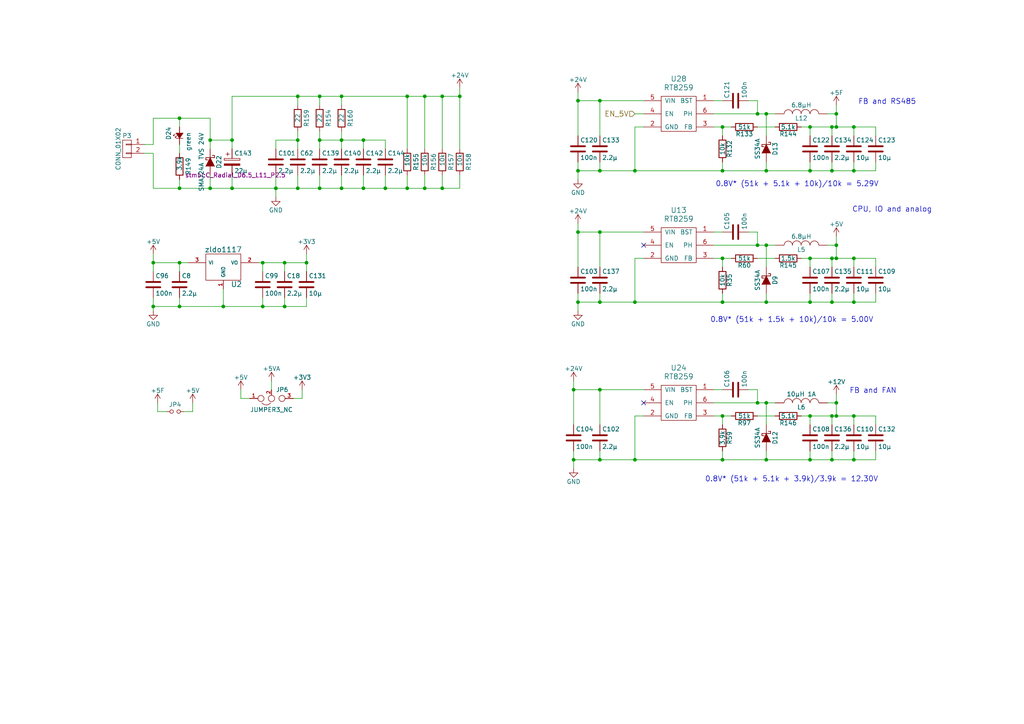
<source format=kicad_sch>
(kicad_sch (version 20231120) (generator "eeschema") (generator_version "8.0")
  (paper "A4")
  (lib_symbols
    (symbol "stmbl:+12V" (power) (pin_names (offset 0))
      (property "Value" "+12V" (at 0 3.556 0))
      (symbol "+12V_0_1"
        (polyline (pts (xy -0.762 1.27) (xy 0 2.54)))
        (polyline (pts (xy 0 0) (xy 0 2.54)))
        (polyline (pts (xy 0 2.54) (xy 0.762 1.27)))
      )
      (symbol "+12V_1_1"
        (pin power_in line (at 0 0 90) (length 0) hide (name "+12V") (number "1"))
      )
    )
    (symbol "stmbl:+24V" (power) (pin_names (offset 0))
      (property "Value" "+24V" (at 0 3.556 0))
      (symbol "+24V_0_1"
        (polyline (pts (xy -0.762 1.27) (xy 0 2.54)))
        (polyline (pts (xy 0 0) (xy 0 2.54)))
        (polyline (pts (xy 0 2.54) (xy 0.762 1.27)))
      )
      (symbol "+24V_1_1"
        (pin power_in line (at 0 0 90) (length 0) hide (name "+24V") (number "1"))
      )
    )
    (symbol "stmbl:+3.3V" (power) (pin_names (offset 0))
      (property "Value" "+3.3V" (at 0 3.556 0))
      (symbol "+3.3V_0_1"
        (polyline (pts (xy -0.762 1.27) (xy 0 2.54)))
        (polyline (pts (xy 0 0) (xy 0 2.54)))
        (polyline (pts (xy 0 2.54) (xy 0.762 1.27)))
      )
      (symbol "+3.3V_1_1"
        (pin power_in line (at 0 0 90) (length 0) hide (name "+3V3") (number "1"))
      )
    )
    (symbol "stmbl:+5F" (power) (pin_names (offset 0))
      (property "Value" "+5F" (at 0 3.556 0))
      (symbol "+5F_0_1"
        (polyline (pts (xy -0.762 1.27) (xy 0 2.54)))
        (polyline (pts (xy 0 0) (xy 0 2.54)))
        (polyline (pts (xy 0 2.54) (xy 0.762 1.27)))
      )
      (symbol "+5F_1_1"
        (pin power_in line (at 0 0 90) (length 0) hide (name "+5F") (number "1"))
      )
    )
    (symbol "stmbl:+5V" (power) (pin_names (offset 0))
      (property "Value" "+5V" (at 0 3.556 0))
      (symbol "+5V_0_1"
        (polyline (pts (xy -0.762 1.27) (xy 0 2.54)))
        (polyline (pts (xy 0 0) (xy 0 2.54)))
        (polyline (pts (xy 0 2.54) (xy 0.762 1.27)))
      )
      (symbol "+5V_1_1"
        (pin power_in line (at 0 0 90) (length 0) hide (name "+5V") (number "1"))
      )
    )
    (symbol "stmbl:+5VA" (power) (pin_names (offset 0))
      (property "Value" "+5VA" (at 0 3.556 0))
      (symbol "+5VA_0_1"
        (polyline (pts (xy -0.762 1.27) (xy 0 2.54)))
        (polyline (pts (xy 0 0) (xy 0 2.54)))
        (polyline (pts (xy 0 2.54) (xy 0.762 1.27)))
      )
      (symbol "+5VA_1_1"
        (pin power_in line (at 0 0 90) (length 0) hide (name "+5VA") (number "1"))
      )
    )
    (symbol "stmbl:C" (pin_numbers hide) (pin_names (offset 0.254))
      (property "Reference" "C" (at 0.635 2.54 0))
      (property "Value" "C" (at 0.635 -2.54 0))
      (symbol "C_0_1"
        (polyline (pts (xy -2.032 -0.762) (xy 2.032 -0.762)) (stroke (width 0.508)))
        (polyline (pts (xy -2.032 0.762) (xy 2.032 0.762)) (stroke (width 0.508)))
      )
      (symbol "C_1_1"
        (pin passive line (at 0 3.81 270) (length 2.794) (name "~") (number "1"))
        (pin passive line (at 0 -3.81 90) (length 2.794) (name "~") (number "2"))
      )
    )
    (symbol "stmbl:CONN_01X02" (pin_names (offset 1.016) hide)
      (property "Reference" "P" (at 0 3.81 0))
      (property "Value" "CONN_01X02" (at 2.54 0 90))
      (symbol "CONN_01X02_0_1"
        (rectangle (start -1.27 -1.143) (end 0.254 -1.397))
        (rectangle (start -1.27 1.397) (end 0.254 1.143))
        (rectangle (start -1.27 2.54) (end 1.27 -2.54))
      )
      (symbol "CONN_01X02_1_1"
        (pin passive line (at -5.08 1.27 0) (length 3.81) (name "P1") (number "1"))
        (pin passive line (at -5.08 -1.27 0) (length 3.81) (name "P2") (number "2"))
      )
    )
    (symbol "stmbl:CP" (pin_numbers hide) (pin_names (offset 0.254))
      (property "Reference" "C" (at 0.635 2.54 0))
      (property "Value" "CP" (at 0.635 -2.54 0))
      (symbol "CP_0_1"
        (rectangle (start -2.286 0.508) (end -2.286 1.016))
        (rectangle (start -2.286 0.508) (end 2.286 0.508))
        (polyline (pts (xy -1.778 2.286) (xy -0.762 2.286)))
        (polyline (pts (xy -1.27 2.794) (xy -1.27 1.778)))
        (rectangle (start 2.286 -0.508) (end -2.286 -1.016) (fill (type outline)))
        (rectangle (start 2.286 1.016) (end -2.286 1.016))
        (rectangle (start 2.286 1.016) (end 2.286 0.508))
      )
      (symbol "CP_1_1"
        (pin passive line (at 0 3.81 270) (length 2.794) (name "~") (number "1"))
        (pin passive line (at 0 -3.81 90) (length 2.794) (name "~") (number "2"))
      )
    )
    (symbol "stmbl:D_Schottky" (pin_numbers hide) (pin_names (offset 1.016) hide)
      (property "Reference" "D" (at 0 2.54 0))
      (property "Value" "D_Schottky" (at 0 -2.54 0))
      (symbol "D_Schottky_0_1"
        (polyline (pts (xy 1.27 1.27) (xy -1.27 0) (xy 1.27 -1.27)) (fill (type outline)))
        (polyline (pts (xy -1.905 0.635) (xy -1.905 1.27) (xy -1.27 1.27) (xy -1.27 -1.27) (xy -0.635 -1.27) (xy -0.635 -0.635)) (stroke (width 0.2032)))
      )
      (symbol "D_Schottky_1_1"
        (pin passive line (at -3.81 0 0) (length 2.54) (name "K") (number "1"))
        (pin passive line (at 3.81 0 180) (length 2.54) (name "A") (number "2"))
      )
    )
    (symbol "stmbl:GND" (power) (pin_names (offset 0))
      (property "Value" "GND" (at 0 -3.81 0))
      (symbol "GND_0_1"
        (polyline (pts (xy 0 0) (xy 0 -1.27) (xy 1.27 -1.27) (xy 0 -2.54) (xy -1.27 -1.27) (xy 0 -1.27)))
      )
      (symbol "GND_1_1"
        (pin power_in line (at 0 0 270) (length 0) hide (name "GND") (number "1"))
      )
    )
    (symbol "stmbl:INDUCTOR" (pin_numbers hide) (pin_names (offset 1.016) hide)
      (property "Reference" "L" (at -1.27 0 90))
      (property "Value" "INDUCTOR" (at 2.54 0 90))
      (symbol "INDUCTOR_0_1"
        (arc (start 0.0254 -5.0546) (mid 1.2449 -3.8097) (end 0.0254 -2.54))
        (arc (start 0.0254 -2.5146) (mid 1.2703 -1.2444) (end 0.0254 0.0508))
        (arc (start 0.0254 0.0254) (mid 1.2703 1.2956) (end 0.0254 2.5908))
        (arc (start 0.0254 2.5654) (mid 1.1941 3.7595) (end 0.0254 4.9784))
      )
      (symbol "INDUCTOR_1_1"
        (pin passive line (at 0 7.62 270) (length 2.54) (name "1") (number "1"))
        (pin passive line (at 0 -7.62 90) (length 2.54) (name "2") (number "2"))
      )
    )
    (symbol "stmbl:JUMPER3_NC" (pin_names (offset 0.762) hide)
      (property "Reference" "JP" (at 1.27 -2.54 0))
      (property "Value" "JUMPER3_NC" (at 0 2.54 0))
      (symbol "JUMPER3_NC_0_1"
        (circle (center -3.048 0) (radius 0.889))
        (arc (start -0.254 1.27) (mid -1.524 1.8804) (end -2.794 1.27))
        (circle (center 0 0) (radius 0.9144))
        (circle (center 3.048 0) (radius 0.889))
        (pin passive line (at -6.35 0 0) (length 2.413) (name "1") (number "1"))
        (pin passive line (at 0 -2.54 90) (length 1.524) (name "2") (number "2"))
        (pin passive line (at 6.35 0 180) (length 2.413) (name "3") (number "3"))
      )
    )
    (symbol "stmbl:Jumper_NO_Small" (pin_numbers hide) (pin_names (offset 0.762) hide)
      (property "Reference" "JP" (at 0 2.032 0))
      (symbol "Jumper_NO_Small_0_1"
        (circle (center -1.016 0) (radius 0.508))
        (circle (center 1.016 0) (radius 0.508))
        (pin passive line (at -2.54 0 0) (length 1.016) (name "1") (number "1"))
        (pin passive line (at 2.54 0 180) (length 1.016) (name "2") (number "2"))
      )
    )
    (symbol "stmbl:Led_Small" (pin_numbers hide) (pin_names (offset 0.254) hide)
      (property "Reference" "D" (at -1.27 3.175 0))
      (property "Value" "Led_Small" (at -4.445 -2.54 0))
      (symbol "Led_Small_0_1"
        (polyline (pts (xy -0.762 -1.016) (xy -0.762 1.016)))
        (polyline (pts (xy 0.762 -1.016) (xy -0.762 0) (xy 0.762 1.016) (xy 0.762 -1.016)) (fill (type outline)))
        (polyline (pts (xy 0 0.762) (xy -0.508 1.27) (xy -0.254 1.27) (xy -0.508 1.27) (xy -0.508 1.016)))
        (polyline (pts (xy 0.508 1.27) (xy 0 1.778) (xy 0.254 1.778) (xy 0 1.778) (xy 0 1.524)))
      )
      (symbol "Led_Small_1_1"
        (pin passive line (at -2.54 0 0) (length 1.778) (name "K") (number "1"))
        (pin passive line (at 2.54 0 180) (length 1.778) (name "A") (number "2"))
      )
    )
    (symbol "stmbl:R" (pin_numbers hide) (pin_names (offset 0))
      (property "Reference" "R" (at 2.032 0 90))
      (property "Value" "R" (at 0 0 90))
      (symbol "R_0_1"
        (rectangle (start -1.016 -2.54) (end 1.016 2.54) (stroke (width 0.254)))
      )
      (symbol "R_1_1"
        (pin passive line (at 0 3.81 270) (length 1.27) (name "~") (number "1"))
        (pin passive line (at 0 -3.81 90) (length 1.27) (name "~") (number "2"))
      )
    )
    (symbol "stmbl:RT8259" (pin_names (offset 1.016))
      (property "Reference" "U" (at -3.81 6.35 0))
      (property "Value" "RT8259" (at 0 -6.35 0))
      (property "Footprint" "stmbl:RT8259" (at 6.35 7.62 0))
      (symbol "RT8259_0_1"
        (rectangle (start -5.08 5.08) (end 5.08 -5.08))
      )
      (symbol "RT8259_1_1"
        (pin power_in line (at 10.16 3.81 180) (length 5.08) (name "BST") (number "1"))
        (pin power_in line (at -10.16 -3.81 0) (length 5.08) (name "GND") (number "2"))
        (pin input line (at 10.16 -3.81 180) (length 5.08) (name "FB") (number "3"))
        (pin input line (at -10.16 0 0) (length 5.08) (name "EN") (number "4"))
        (pin power_in line (at -10.16 3.81 0) (length 5.08) (name "VIN") (number "5"))
        (pin power_out line (at 10.16 0 180) (length 5.08) (name "PH") (number "6"))
      )
    )
    (symbol "stmbl:zldo1117" (pin_names (offset 0.762))
      (property "Reference" "U" (at 3.81 -4.9784 0))
      (property "Value" "zldo1117" (at 0 5.08 0))
      (symbol "zldo1117_0_1"
        (rectangle (start -5.08 -3.81) (end 5.08 3.81))
      )
      (symbol "zldo1117_1_1"
        (pin input line (at 0 -6.35 90) (length 2.54) (name "GND") (number "1"))
        (pin power_out line (at 10.16 1.27 180) (length 5.08) (name "VO") (number "2"))
        (pin input line (at -10.16 1.27 0) (length 5.08) (name "VI") (number "3"))
      )
    )
  )
  (junction (at 173.99 133.35))
  (junction (at 123.19 27.94))
  (junction (at 128.27 54.61))
  (junction (at 242.57 120.65))
  (junction (at 99.06 27.94))
  (junction (at 76.2 76.2))
  (junction (at 222.25 116.84))
  (junction (at 99.06 54.61))
  (junction (at 184.15 133.35))
  (junction (at 241.3 36.83))
  (junction (at 166.37 133.35))
  (junction (at 60.96 54.61))
  (junction (at 234.95 74.93))
  (junction (at 242.57 36.83))
  (junction (at 241.3 49.53))
  (junction (at 242.57 33.02))
  (junction (at 52.07 76.2))
  (junction (at 44.45 88.9))
  (junction (at 222.25 71.12))
  (junction (at 52.07 54.61))
  (junction (at 209.55 87.63))
  (junction (at 222.25 33.02))
  (junction (at 118.11 54.61))
  (junction (at 242.57 71.12))
  (junction (at 123.19 54.61))
  (junction (at 60.96 40.64))
  (junction (at 209.55 36.83))
  (junction (at 64.77 88.9))
  (junction (at 173.99 87.63))
  (junction (at 242.57 116.84))
  (junction (at 241.3 120.65))
  (junction (at 184.15 87.63))
  (junction (at 184.15 49.53))
  (junction (at 234.95 133.35))
  (junction (at 247.65 49.53))
  (junction (at 67.31 40.64))
  (junction (at 111.76 54.61))
  (junction (at 44.45 76.2))
  (junction (at 209.55 49.53))
  (junction (at 219.71 33.02))
  (junction (at 219.71 116.84))
  (junction (at 88.9 76.2))
  (junction (at 67.31 54.61))
  (junction (at 80.01 54.61))
  (junction (at 82.55 88.9))
  (junction (at 222.25 49.53))
  (junction (at 86.36 40.64))
  (junction (at 222.25 133.35))
  (junction (at 247.65 36.83))
  (junction (at 241.3 133.35))
  (junction (at 234.95 49.53))
  (junction (at 76.2 88.9))
  (junction (at 52.07 88.9))
  (junction (at 167.64 49.53))
  (junction (at 86.36 54.61))
  (junction (at 92.71 40.64))
  (junction (at 241.3 87.63))
  (junction (at 234.95 36.83))
  (junction (at 219.71 71.12))
  (junction (at 133.35 27.94))
  (junction (at 52.07 34.29))
  (junction (at 173.99 113.03))
  (junction (at 209.55 74.93))
  (junction (at 173.99 29.21))
  (junction (at 241.3 74.93))
  (junction (at 92.71 27.94))
  (junction (at 247.65 87.63))
  (junction (at 105.41 40.64))
  (junction (at 247.65 74.93))
  (junction (at 247.65 133.35))
  (junction (at 99.06 40.64))
  (junction (at 166.37 113.03))
  (junction (at 209.55 120.65))
  (junction (at 167.64 67.31))
  (junction (at 173.99 49.53))
  (junction (at 173.99 67.31))
  (junction (at 105.41 54.61))
  (junction (at 209.55 133.35))
  (junction (at 92.71 54.61))
  (junction (at 118.11 27.94))
  (junction (at 86.36 27.94))
  (junction (at 82.55 76.2))
  (junction (at 128.27 27.94))
  (junction (at 167.64 87.63))
  (junction (at 234.95 87.63))
  (junction (at 222.25 87.63))
  (junction (at 167.64 29.21))
  (junction (at 247.65 120.65))
  (junction (at 242.57 74.93))
  (junction (at 234.95 120.65))
  (no_connect (at 186.69 71.12))
  (no_connect (at 186.69 116.84))
  (wire (pts (xy 247.65 77.47) (xy 247.65 74.93)))
  (wire (pts (xy 222.25 33.02) (xy 224.79 33.02)))
  (wire (pts (xy 123.19 54.61) (xy 123.19 50.8)))
  (wire (pts (xy 241.3 49.53) (xy 241.3 46.99)))
  (wire (pts (xy 234.95 130.81) (xy 234.95 133.35)))
  (wire (pts (xy 86.36 40.64) (xy 86.36 43.18)))
  (wire (pts (xy 167.64 49.53) (xy 167.64 52.07)))
  (wire (pts (xy 241.3 120.65) (xy 242.57 120.65)))
  (wire (pts (xy 76.2 78.74) (xy 76.2 76.2)))
  (wire (pts (xy 184.15 49.53) (xy 209.55 49.53)))
  (wire (pts (xy 88.9 88.9) (xy 88.9 86.36)))
  (wire (pts (xy 219.71 33.02) (xy 222.25 33.02)))
  (wire (pts (xy 166.37 113.03) (xy 173.99 113.03)))
  (wire (pts (xy 173.99 49.53) (xy 184.15 49.53)))
  (wire (pts (xy 247.65 49.53) (xy 254 49.53)))
  (wire (pts (xy 128.27 54.61) (xy 133.35 54.61)))
  (wire (pts (xy 118.11 43.18) (xy 118.11 27.94)))
  (wire (pts (xy 60.96 34.29) (xy 60.96 40.64)))
  (wire (pts (xy 167.64 29.21) (xy 173.99 29.21)))
  (wire (pts (xy 173.99 46.99) (xy 173.99 49.53)))
  (wire (pts (xy 209.55 120.65) (xy 212.09 120.65)))
  (wire (pts (xy 105.41 54.61) (xy 111.76 54.61)))
  (wire (pts (xy 247.65 123.19) (xy 247.65 120.65)))
  (wire (pts (xy 167.64 87.63) (xy 167.64 90.17)))
  (wire (pts (xy 44.45 73.66) (xy 44.45 76.2)))
  (wire (pts (xy 240.03 33.02) (xy 242.57 33.02)))
  (wire (pts (xy 69.85 115.57) (xy 72.39 115.57)))
  (wire (pts (xy 44.45 54.61) (xy 52.07 54.61)))
  (wire (pts (xy 254 133.35) (xy 254 130.81)))
  (wire (pts (xy 207.01 29.21) (xy 209.55 29.21)))
  (wire (pts (xy 184.15 74.93) (xy 184.15 87.63)))
  (wire (pts (xy 44.45 86.36) (xy 44.45 88.9)))
  (wire (pts (xy 232.41 74.93) (xy 234.95 74.93)))
  (wire (pts (xy 173.99 123.19) (xy 173.99 113.03)))
  (wire (pts (xy 209.55 39.37) (xy 209.55 36.83)))
  (wire (pts (xy 52.07 76.2) (xy 52.07 78.74)))
  (wire (pts (xy 92.71 27.94) (xy 99.06 27.94)))
  (wire (pts (xy 234.95 85.09) (xy 234.95 87.63)))
  (wire (pts (xy 166.37 133.35) (xy 166.37 135.89)))
  (wire (pts (xy 247.65 133.35) (xy 254 133.35)))
  (wire (pts (xy 222.25 33.02) (xy 222.25 39.37)))
  (wire (pts (xy 242.57 33.02) (xy 242.57 30.48)))
  (wire (pts (xy 92.71 54.61) (xy 99.06 54.61)))
  (wire (pts (xy 222.25 116.84) (xy 224.79 116.84)))
  (wire (pts (xy 76.2 86.36) (xy 76.2 88.9)))
  (wire (pts (xy 167.64 29.21) (xy 167.64 39.37)))
  (wire (pts (xy 207.01 120.65) (xy 209.55 120.65)))
  (wire (pts (xy 217.17 113.03) (xy 219.71 113.03)))
  (wire (pts (xy 184.15 36.83) (xy 186.69 36.83)))
  (wire (pts (xy 92.71 40.64) (xy 99.06 40.64)))
  (wire (pts (xy 41.91 44.45) (xy 44.45 44.45)))
  (wire (pts (xy 222.25 71.12) (xy 224.79 71.12)))
  (wire (pts (xy 60.96 54.61) (xy 60.96 50.8)))
  (wire (pts (xy 209.55 49.53) (xy 209.55 46.99)))
  (wire (pts (xy 241.3 133.35) (xy 247.65 133.35)))
  (wire (pts (xy 82.55 88.9) (xy 88.9 88.9)))
  (wire (pts (xy 67.31 54.61) (xy 67.31 50.8)))
  (wire (pts (xy 86.36 27.94) (xy 92.71 27.94)))
  (wire (pts (xy 44.45 34.29) (xy 52.07 34.29)))
  (wire (pts (xy 241.3 123.19) (xy 241.3 120.65)))
  (wire (pts (xy 48.26 119.38) (xy 45.72 119.38)))
  (wire (pts (xy 173.99 85.09) (xy 173.99 87.63)))
  (wire (pts (xy 128.27 54.61) (xy 128.27 50.8)))
  (wire (pts (xy 67.31 27.94) (xy 67.31 40.64)))
  (wire (pts (xy 173.99 67.31) (xy 186.69 67.31)))
  (wire (pts (xy 207.01 33.02) (xy 219.71 33.02)))
  (wire (pts (xy 222.25 87.63) (xy 234.95 87.63)))
  (wire (pts (xy 247.65 36.83) (xy 247.65 39.37)))
  (wire (pts (xy 219.71 29.21) (xy 219.71 33.02)))
  (wire (pts (xy 80.01 40.64) (xy 86.36 40.64)))
  (wire (pts (xy 173.99 29.21) (xy 186.69 29.21)))
  (wire (pts (xy 219.71 67.31) (xy 219.71 71.12)))
  (wire (pts (xy 241.3 133.35) (xy 241.3 130.81)))
  (wire (pts (xy 173.99 130.81) (xy 173.99 133.35)))
  (wire (pts (xy 184.15 120.65) (xy 184.15 133.35)))
  (wire (pts (xy 60.96 40.64) (xy 67.31 40.64)))
  (wire (pts (xy 64.77 88.9) (xy 76.2 88.9)))
  (wire (pts (xy 254 120.65) (xy 254 123.19)))
  (wire (pts (xy 52.07 88.9) (xy 64.77 88.9)))
  (wire (pts (xy 99.06 40.64) (xy 99.06 43.18)))
  (wire (pts (xy 167.64 87.63) (xy 173.99 87.63)))
  (wire (pts (xy 173.99 133.35) (xy 184.15 133.35)))
  (wire (pts (xy 86.36 38.1) (xy 86.36 40.64)))
  (wire (pts (xy 219.71 120.65) (xy 224.79 120.65)))
  (wire (pts (xy 184.15 33.02) (xy 186.69 33.02)))
  (wire (pts (xy 241.3 87.63) (xy 241.3 85.09)))
  (wire (pts (xy 86.36 50.8) (xy 86.36 54.61)))
  (wire (pts (xy 76.2 76.2) (xy 82.55 76.2)))
  (wire (pts (xy 247.65 120.65) (xy 254 120.65)))
  (wire (pts (xy 167.64 85.09) (xy 167.64 87.63)))
  (wire (pts (xy 247.65 87.63) (xy 247.65 85.09)))
  (wire (pts (xy 118.11 54.61) (xy 123.19 54.61)))
  (wire (pts (xy 167.64 67.31) (xy 167.64 77.47)))
  (wire (pts (xy 242.57 74.93) (xy 247.65 74.93)))
  (wire (pts (xy 123.19 27.94) (xy 128.27 27.94)))
  (wire (pts (xy 99.06 54.61) (xy 105.41 54.61)))
  (wire (pts (xy 52.07 86.36) (xy 52.07 88.9)))
  (wire (pts (xy 240.03 116.84) (xy 242.57 116.84)))
  (wire (pts (xy 184.15 87.63) (xy 209.55 87.63)))
  (wire (pts (xy 222.25 116.84) (xy 222.25 123.19)))
  (wire (pts (xy 118.11 54.61) (xy 118.11 50.8)))
  (wire (pts (xy 241.3 87.63) (xy 247.65 87.63)))
  (wire (pts (xy 222.25 49.53) (xy 234.95 49.53)))
  (wire (pts (xy 99.06 40.64) (xy 105.41 40.64)))
  (wire (pts (xy 241.3 49.53) (xy 247.65 49.53)))
  (wire (pts (xy 167.64 67.31) (xy 173.99 67.31)))
  (wire (pts (xy 207.01 116.84) (xy 219.71 116.84)))
  (wire (pts (xy 80.01 43.18) (xy 80.01 40.64)))
  (wire (pts (xy 82.55 76.2) (xy 82.55 78.74)))
  (wire (pts (xy 55.88 119.38) (xy 53.34 119.38)))
  (wire (pts (xy 111.76 54.61) (xy 111.76 50.8)))
  (wire (pts (xy 209.55 77.47) (xy 209.55 74.93)))
  (wire (pts (xy 242.57 120.65) (xy 247.65 120.65)))
  (wire (pts (xy 222.25 49.53) (xy 222.25 46.99)))
  (wire (pts (xy 167.64 64.77) (xy 167.64 67.31)))
  (wire (pts (xy 254 87.63) (xy 254 85.09)))
  (wire (pts (xy 67.31 27.94) (xy 86.36 27.94)))
  (wire (pts (xy 247.65 74.93) (xy 254 74.93)))
  (wire (pts (xy 242.57 36.83) (xy 247.65 36.83)))
  (wire (pts (xy 209.55 74.93) (xy 212.09 74.93)))
  (wire (pts (xy 52.07 76.2) (xy 54.61 76.2)))
  (wire (pts (xy 133.35 27.94) (xy 133.35 43.18)))
  (wire (pts (xy 241.3 39.37) (xy 241.3 36.83)))
  (wire (pts (xy 52.07 54.61) (xy 52.07 52.07)))
  (wire (pts (xy 44.45 76.2) (xy 52.07 76.2)))
  (wire (pts (xy 86.36 27.94) (xy 86.36 30.48)))
  (wire (pts (xy 209.55 36.83) (xy 212.09 36.83)))
  (wire (pts (xy 219.71 36.83) (xy 224.79 36.83)))
  (wire (pts (xy 128.27 27.94) (xy 133.35 27.94)))
  (wire (pts (xy 166.37 110.49) (xy 166.37 113.03)))
  (wire (pts (xy 234.95 39.37) (xy 234.95 36.83)))
  (wire (pts (xy 44.45 44.45) (xy 44.45 54.61)))
  (wire (pts (xy 234.95 77.47) (xy 234.95 74.93)))
  (wire (pts (xy 234.95 36.83) (xy 241.3 36.83)))
  (wire (pts (xy 44.45 41.91) (xy 41.91 41.91)))
  (wire (pts (xy 92.71 38.1) (xy 92.71 40.64)))
  (wire (pts (xy 128.27 27.94) (xy 128.27 43.18)))
  (wire (pts (xy 52.07 54.61) (xy 60.96 54.61)))
  (wire (pts (xy 209.55 49.53) (xy 222.25 49.53)))
  (wire (pts (xy 87.63 115.57) (xy 87.63 113.03)))
  (wire (pts (xy 234.95 46.99) (xy 234.95 49.53)))
  (wire (pts (xy 118.11 27.94) (xy 123.19 27.94)))
  (wire (pts (xy 232.41 120.65) (xy 234.95 120.65)))
  (wire (pts (xy 69.85 113.03) (xy 69.85 115.57)))
  (wire (pts (xy 99.06 50.8) (xy 99.06 54.61)))
  (wire (pts (xy 85.09 115.57) (xy 87.63 115.57)))
  (wire (pts (xy 92.71 40.64) (xy 92.71 43.18)))
  (wire (pts (xy 80.01 54.61) (xy 80.01 57.15)))
  (wire (pts (xy 209.55 123.19) (xy 209.55 120.65)))
  (wire (pts (xy 241.3 36.83) (xy 242.57 36.83)))
  (wire (pts (xy 207.01 36.83) (xy 209.55 36.83)))
  (wire (pts (xy 44.45 88.9) (xy 52.07 88.9)))
  (wire (pts (xy 219.71 71.12) (xy 222.25 71.12)))
  (wire (pts (xy 88.9 73.66) (xy 88.9 76.2)))
  (wire (pts (xy 44.45 76.2) (xy 44.45 78.74)))
  (wire (pts (xy 242.57 71.12) (xy 242.57 68.58)))
  (wire (pts (xy 52.07 34.29) (xy 60.96 34.29)))
  (wire (pts (xy 234.95 133.35) (xy 241.3 133.35)))
  (wire (pts (xy 240.03 71.12) (xy 242.57 71.12)))
  (wire (pts (xy 234.95 120.65) (xy 241.3 120.65)))
  (wire (pts (xy 133.35 54.61) (xy 133.35 50.8)))
  (wire (pts (xy 247.65 36.83) (xy 254 36.83)))
  (wire (pts (xy 92.71 50.8) (xy 92.71 54.61)))
  (wire (pts (xy 167.64 46.99) (xy 167.64 49.53)))
  (wire (pts (xy 78.74 110.49) (xy 78.74 113.03)))
  (wire (pts (xy 219.71 116.84) (xy 222.25 116.84)))
  (wire (pts (xy 207.01 67.31) (xy 209.55 67.31)))
  (wire (pts (xy 67.31 40.64) (xy 67.31 43.18)))
  (wire (pts (xy 247.65 87.63) (xy 254 87.63)))
  (wire (pts (xy 167.64 26.67) (xy 167.64 29.21)))
  (wire (pts (xy 52.07 41.91) (xy 52.07 44.45)))
  (wire (pts (xy 241.3 74.93) (xy 242.57 74.93)))
  (wire (pts (xy 76.2 88.9) (xy 82.55 88.9)))
  (wire (pts (xy 74.93 76.2) (xy 76.2 76.2)))
  (wire (pts (xy 64.77 88.9) (xy 64.77 83.82)))
  (wire (pts (xy 217.17 67.31) (xy 219.71 67.31)))
  (wire (pts (xy 111.76 54.61) (xy 118.11 54.61)))
  (wire (pts (xy 173.99 77.47) (xy 173.99 67.31)))
  (wire (pts (xy 254 49.53) (xy 254 46.99)))
  (wire (pts (xy 209.55 87.63) (xy 209.55 85.09)))
  (wire (pts (xy 219.71 113.03) (xy 219.71 116.84)))
  (wire (pts (xy 167.64 49.53) (xy 173.99 49.53)))
  (wire (pts (xy 222.25 71.12) (xy 222.25 77.47)))
  (wire (pts (xy 166.37 133.35) (xy 173.99 133.35)))
  (wire (pts (xy 60.96 40.64) (xy 60.96 43.18)))
  (wire (pts (xy 88.9 76.2) (xy 88.9 78.74)))
  (wire (pts (xy 242.57 120.65) (xy 242.57 116.84)))
  (wire (pts (xy 44.45 34.29) (xy 44.45 41.91)))
  (wire (pts (xy 123.19 54.61) (xy 128.27 54.61)))
  (wire (pts (xy 207.01 74.93) (xy 209.55 74.93)))
  (wire (pts (xy 242.57 116.84) (xy 242.57 114.3)))
  (wire (pts (xy 217.17 29.21) (xy 219.71 29.21)))
  (wire (pts (xy 184.15 49.53) (xy 184.15 36.83)))
  (wire (pts (xy 242.57 36.83) (xy 242.57 33.02)))
  (wire (pts (xy 166.37 130.81) (xy 166.37 133.35)))
  (wire (pts (xy 60.96 54.61) (xy 67.31 54.61)))
  (wire (pts (xy 207.01 113.03) (xy 209.55 113.03)))
  (wire (pts (xy 173.99 39.37) (xy 173.99 29.21)))
  (wire (pts (xy 111.76 40.64) (xy 111.76 43.18)))
  (wire (pts (xy 82.55 88.9) (xy 82.55 86.36)))
  (wire (pts (xy 222.25 87.63) (xy 222.25 85.09)))
  (wire (pts (xy 254 74.93) (xy 254 77.47)))
  (wire (pts (xy 242.57 74.93) (xy 242.57 71.12)))
  (wire (pts (xy 173.99 87.63) (xy 184.15 87.63)))
  (wire (pts (xy 232.41 36.83) (xy 234.95 36.83)))
  (wire (pts (xy 207.01 71.12) (xy 219.71 71.12)))
  (wire (pts (xy 184.15 120.65) (xy 186.69 120.65)))
  (wire (pts (xy 222.25 133.35) (xy 234.95 133.35)))
  (wire (pts (xy 186.69 74.93) (xy 184.15 74.93)))
  (wire (pts (xy 222.25 130.81) (xy 222.25 133.35)))
  (wire (pts (xy 86.36 54.61) (xy 92.71 54.61)))
  (wire (pts (xy 99.06 38.1) (xy 99.06 40.64)))
  (wire (pts (xy 67.31 54.61) (xy 80.01 54.61)))
  (wire (pts (xy 52.07 34.29) (xy 52.07 36.83)))
  (wire (pts (xy 219.71 74.93) (xy 224.79 74.93)))
  (wire (pts (xy 173.99 113.03) (xy 186.69 113.03)))
  (wire (pts (xy 44.45 88.9) (xy 44.45 90.17)))
  (wire (pts (xy 234.95 49.53) (xy 241.3 49.53)))
  (wire (pts (xy 80.01 54.61) (xy 86.36 54.61)))
  (wire (pts (xy 92.71 30.48) (xy 92.71 27.94)))
  (wire (pts (xy 133.35 25.4) (xy 133.35 27.94)))
  (wire (pts (xy 234.95 87.63) (xy 241.3 87.63)))
  (wire (pts (xy 209.55 130.81) (xy 209.55 133.35)))
  (wire (pts (xy 209.55 87.63) (xy 222.25 87.63)))
  (wire (pts (xy 80.01 50.8) (xy 80.01 54.61)))
  (wire (pts (xy 82.55 76.2) (xy 88.9 76.2)))
  (wire (pts (xy 254 36.83) (xy 254 39.37)))
  (wire (pts (xy 234.95 74.93) (xy 241.3 74.93)))
  (wire (pts (xy 55.88 116.84) (xy 55.88 119.38)))
  (wire (pts (xy 105.41 43.18) (xy 105.41 40.64)))
  (wire (pts (xy 247.65 49.53) (xy 247.65 46.99)))
  (wire (pts (xy 105.41 54.61) (xy 105.41 50.8)))
  (wire (pts (xy 99.06 30.48) (xy 99.06 27.94)))
  (wire (pts (xy 45.72 119.38) (xy 45.72 116.84)))
  (wire (pts (xy 166.37 113.03) (xy 166.37 123.19)))
  (wire (pts (xy 247.65 133.35) (xy 247.65 130.81)))
  (wire (pts (xy 184.15 133.35) (xy 209.55 133.35)))
  (wire (pts (xy 241.3 77.47) (xy 241.3 74.93)))
  (wire (pts (xy 234.95 123.19) (xy 234.95 120.65)))
  (wire (pts (xy 99.06 27.94) (xy 118.11 27.94)))
  (wire (pts (xy 105.41 40.64) (xy 111.76 40.64)))
  (wire (pts (xy 123.19 43.18) (xy 123.19 27.94)))
  (wire (pts (xy 209.55 133.35) (xy 222.25 133.35)))
  (text "0.8V* (51k + 1.5k + 10k)/10k = 5.00V" (at 205.994 93.726 0) (effects (font (size 1.524 1.524)) (justify left bottom)))
  (text "FB and FAN" (at 246.38 114.3 0) (effects (font (size 1.524 1.524)) (justify left bottom)))
  (text "0.8V* (51k + 5.1k + 3.9k)/3.9k = 12.30V" (at 204.47 139.954 0) (effects (font (size 1.524 1.524)) (justify left bottom)))
  (text "0.8V* (51k + 5.1k + 10k)/10k = 5.29V" (at 207.518 54.356 0) (effects (font (size 1.524 1.524)) (justify left bottom)))
  (text "FB and RS485" (at 248.92 30.48 0) (effects (font (size 1.524 1.524)) (justify left bottom)))
  (text "CPU, IO and analog" (at 247.142 61.722 0) (effects (font (size 1.524 1.524)) (justify left bottom)))
  (hierarchical_label "EN_5V" (shape input) (at 184.15 33.02 180) (effects (font (size 1.524 1.524))))
  (symbol (lib_id "stmbl:zldo1117") (at 64.77 77.47 0) (unit 1)
    (property "Reference" "U2" (at 68.58 82.4484 0) (effects (font (size 1.524 1.524))))
    (property "Value" "zldo1117" (at 64.77 72.39 0) (effects (font (size 1.524 1.524))))
    (property "Footprint" "stmbl:SOT-223" (effects (hide yes)))
    (property "Manufacturer No" "ZLDO1117G33TA" (effects (hide yes)))
    (property "Manufacturer" "Diodes Incorporated" (effects (hide yes)))
  )
  (symbol (lib_id "stmbl:C") (at 82.55 82.55 0) (unit 1)
    (property "Reference" "C18" (at 83.185 80.01 0) (effects (justify left)))
    (property "Value" "2.2µ" (at 83.185 85.09 0) (effects (justify left)))
    (property "Footprint" "stmbl:C_0603" (effects (hide yes)))
    (property "Voltage" "35V" (effects (hide yes)))
    (property "Tolerance" "X5R" (effects (hide yes)))
  )
  (symbol (lib_id "stmbl:C") (at 52.07 82.55 0) (unit 1)
    (property "Reference" "C8" (at 52.705 80.01 0) (effects (justify left)))
    (property "Value" "2.2µ" (at 52.705 85.09 0) (effects (justify left)))
    (property "Footprint" "stmbl:C_0603" (effects (hide yes)))
    (property "Voltage" "35V" (effects (hide yes)))
    (property "Tolerance" "X5R" (effects (hide yes)))
  )
  (symbol (lib_id "stmbl:+5V") (at 44.45 73.66 0) (unit 1)
    (property "Reference" "#PWR072" (effects (hide yes)))
    (property "Value" "+5V" (at 44.45 70.104 0))
  )
  (symbol (lib_id "stmbl:+3.3V") (at 88.9 73.66 0) (unit 1)
    (property "Reference" "#PWR073" (effects (hide yes)))
    (property "Value" "+3V3" (at 88.9 70.104 0))
  )
  (symbol (lib_id "stmbl:CONN_01X02") (at 36.83 43.18 0) (mirror y) (unit 1)
    (property "Reference" "P3" (at 36.83 39.37 0))
    (property "Value" "CONN_01X02" (at 34.29 43.18 90))
    (property "Footprint" "stmbl:RM3.5_1x2" (effects (hide yes)))
    (property "Manufacturer No" "1844210" (effects (hide yes)))
    (property "Manufacturer" "Phoenix" (effects (hide yes)))
  )
  (symbol (lib_id "stmbl:GND") (at 44.45 90.17 0) (unit 1)
    (property "Reference" "#PWR074" (effects (hide yes)))
    (property "Value" "GND" (at 44.45 93.98 0))
  )
  (symbol (lib_id "stmbl:C") (at 247.65 127 0) (unit 1)
    (property "Reference" "C110" (at 248.285 124.46 0) (effects (justify left)))
    (property "Value" "10µ" (at 248.285 129.54 0) (effects (justify left)))
    (property "Footprint" "stmbl:C_0805" (effects (hide yes)))
    (property "Voltage" "25V" (effects (hide yes)))
    (property "Tolerance" "X5R" (effects (hide yes)))
  )
  (symbol (lib_id "stmbl:R") (at 215.9 120.65 270) (unit 1)
    (property "Reference" "R97" (at 215.9 122.682 90))
    (property "Value" "51k" (at 215.9 120.65 90))
    (property "Footprint" "stmbl:R_0603" (effects (hide yes)))
    (property "Tolerance" "1%" (effects (hide yes)))
  )
  (symbol (lib_id "stmbl:R") (at 209.55 127 0) (unit 1)
    (property "Reference" "R59" (at 211.582 127 90))
    (property "Value" "3.9k" (at 209.55 127 90))
    (property "Footprint" "stmbl:R_0603" (effects (hide yes)))
    (property "Tolerance" "1%" (effects (hide yes)))
  )
  (symbol (lib_id "stmbl:D_Schottky") (at 222.25 127 270) (unit 1)
    (property "Reference" "D12" (at 224.79 127 0))
    (property "Value" "SS34A" (at 219.71 127 0))
    (property "Footprint" "stmbl:SMA_Standard" (effects (hide yes)))
    (property "Manufacturer No" "SS34A" (effects (hide yes)))
    (property "Manufacturer" "Multicomp" (effects (hide yes)))
  )
  (symbol (lib_id "stmbl:C") (at 213.36 113.03 90) (unit 1)
    (property "Reference" "C106" (at 210.82 112.395 0) (effects (justify left)))
    (property "Value" "100n" (at 215.9 112.395 0) (effects (justify left)))
    (property "Footprint" "stmbl:C_0603" (effects (hide yes)))
    (property "Voltage" "50V" (effects (hide yes)))
    (property "Tolerance" "X5R" (effects (hide yes)))
  )
  (symbol (lib_id "stmbl:INDUCTOR") (at 232.41 116.84 90) (unit 1)
    (property "Reference" "L6" (at 232.41 118.11 90))
    (property "Value" "10µH 1A" (at 232.41 114.3 90))
    (property "Footprint" "stmbl:SMD_INDUCTOR_32x25" (effects (hide yes)))
    (property "Manufacturer No" "LQH32PN100MNCL" (effects (hide yes)))
    (property "Manufacturer" "Murata" (effects (hide yes)))
  )
  (symbol (lib_id "stmbl:GND") (at 166.37 135.89 0) (unit 1)
    (property "Reference" "#PWR075" (effects (hide yes)))
    (property "Value" "GND" (at 166.37 139.7 0))
  )
  (symbol (lib_id "stmbl:+24V") (at 166.37 110.49 0) (unit 1)
    (property "Reference" "#PWR076" (effects (hide yes)))
    (property "Value" "+24V" (at 166.37 106.934 0))
  )
  (symbol (lib_id "stmbl:C") (at 254 81.28 0) (unit 1)
    (property "Reference" "C109" (at 254.635 78.74 0) (effects (justify left)))
    (property "Value" "10µ" (at 254.635 83.82 0) (effects (justify left)))
    (property "Footprint" "stmbl:C_0805" (effects (hide yes)))
    (property "Voltage" "25V" (effects (hide yes)))
    (property "Tolerance" "X5R" (effects (hide yes)))
  )
  (symbol (lib_id "stmbl:R") (at 215.9 74.93 270) (unit 1)
    (property "Reference" "R60" (at 215.9 76.962 90))
    (property "Value" "51k" (at 215.9 74.93 90))
    (property "Footprint" "stmbl:R_0603" (effects (hide yes)))
    (property "Tolerance" "1%" (effects (hide yes)))
  )
  (symbol (lib_id "stmbl:R") (at 209.55 81.28 0) (unit 1)
    (property "Reference" "R35" (at 211.582 81.28 90))
    (property "Value" "10k" (at 209.55 81.28 90))
    (property "Footprint" "stmbl:R_0603" (effects (hide yes)))
    (property "Tolerance" "1%" (effects (hide yes)))
  )
  (symbol (lib_id "stmbl:D_Schottky") (at 222.25 81.28 270) (unit 1)
    (property "Reference" "D9" (at 224.79 81.28 0))
    (property "Value" "SS34A" (at 219.71 81.28 0))
    (property "Footprint" "stmbl:SMA_Standard" (effects (hide yes)))
    (property "Manufacturer No" "SS34A" (effects (hide yes)))
    (property "Manufacturer" "Multicomp" (effects (hide yes)))
  )
  (symbol (lib_id "stmbl:C") (at 213.36 67.31 90) (unit 1)
    (property "Reference" "C105" (at 210.82 66.675 0) (effects (justify left)))
    (property "Value" "100n" (at 215.9 66.675 0) (effects (justify left)))
    (property "Footprint" "stmbl:C_0603" (effects (hide yes)))
    (property "Voltage" "50V" (effects (hide yes)))
    (property "Tolerance" "X5R" (effects (hide yes)))
  )
  (symbol (lib_id "stmbl:INDUCTOR") (at 232.41 71.12 90) (unit 1)
    (property "Reference" "L5" (at 232.41 72.39 90))
    (property "Value" "6.8µH" (at 232.41 68.58 90))
    (property "Footprint" "stmbl:SMD_INDUCTOR_32x25" (effects (hide yes)))
    (property "Manufacturer No" "LQH32PN4R7NNC" (effects (hide yes)))
    (property "Manufacturer" "Murata" (effects (hide yes)))
  )
  (symbol (lib_id "stmbl:GND") (at 167.64 90.17 0) (unit 1)
    (property "Reference" "#PWR077" (effects (hide yes)))
    (property "Value" "GND" (at 167.64 93.98 0))
  )
  (symbol (lib_id "stmbl:+24V") (at 167.64 64.77 0) (unit 1)
    (property "Reference" "#PWR078" (effects (hide yes)))
    (property "Value" "+24V" (at 167.64 61.214 0))
  )
  (symbol (lib_id "stmbl:+5V") (at 242.57 68.58 0) (unit 1)
    (property "Reference" "#PWR079" (effects (hide yes)))
    (property "Value" "+5V" (at 242.57 65.024 0))
  )
  (symbol (lib_id "stmbl:+12V") (at 242.57 114.3 0) (unit 1)
    (property "Reference" "#PWR080" (effects (hide yes)))
    (property "Value" "+12V" (at 242.57 110.744 0))
  )
  (symbol (lib_id "stmbl:C") (at 44.45 82.55 0) (unit 1)
    (property "Reference" "C96" (at 45.085 80.01 0) (effects (justify left)))
    (property "Value" "100n" (at 45.085 85.09 0) (effects (justify left)))
    (property "Footprint" "stmbl:C_0603" (effects (hide yes)))
    (property "Voltage" "50V" (effects (hide yes)))
    (property "Tolerance" "X5R" (effects (hide yes)))
  )
  (symbol (lib_id "stmbl:C") (at 234.95 127 0) (unit 1)
    (property "Reference" "C108" (at 235.585 124.46 0) (effects (justify left)))
    (property "Value" "100n" (at 235.585 129.54 0) (effects (justify left)))
    (property "Footprint" "stmbl:C_0603" (effects (hide yes)))
    (property "Voltage" "50V" (effects (hide yes)))
    (property "Tolerance" "X5R" (effects (hide yes)))
  )
  (symbol (lib_id "stmbl:C") (at 234.95 81.28 0) (unit 1)
    (property "Reference" "C107" (at 235.585 78.74 0) (effects (justify left)))
    (property "Value" "100n" (at 235.585 83.82 0) (effects (justify left)))
    (property "Footprint" "stmbl:C_0603" (effects (hide yes)))
    (property "Voltage" "50V" (effects (hide yes)))
    (property "Tolerance" "X5R" (effects (hide yes)))
  )
  (symbol (lib_id "stmbl:C") (at 167.64 81.28 0) (unit 1)
    (property "Reference" "C103" (at 168.275 78.74 0) (effects (justify left)))
    (property "Value" "100n" (at 168.275 83.82 0) (effects (justify left)))
    (property "Footprint" "stmbl:C_0603" (effects (hide yes)))
    (property "Voltage" "50V" (effects (hide yes)))
    (property "Tolerance" "X5R" (effects (hide yes)))
  )
  (symbol (lib_id "stmbl:C") (at 166.37 127 0) (unit 1)
    (property "Reference" "C104" (at 167.005 124.46 0) (effects (justify left)))
    (property "Value" "100n" (at 167.005 129.54 0) (effects (justify left)))
    (property "Footprint" "stmbl:C_0603" (effects (hide yes)))
    (property "Voltage" "50V" (effects (hide yes)))
    (property "Tolerance" "X5R" (effects (hide yes)))
  )
  (symbol (lib_id "stmbl:C") (at 76.2 82.55 0) (unit 1)
    (property "Reference" "C99" (at 76.835 80.01 0) (effects (justify left)))
    (property "Value" "100n" (at 76.835 85.09 0) (effects (justify left)))
    (property "Footprint" "stmbl:C_0603" (effects (hide yes)))
    (property "Voltage" "50V" (effects (hide yes)))
    (property "Tolerance" "X5R" (effects (hide yes)))
  )
  (symbol (lib_id "stmbl:C") (at 247.65 81.28 0) (unit 1)
    (property "Reference" "C111" (at 248.285 78.74 0) (effects (justify left)))
    (property "Value" "10µ" (at 248.285 83.82 0) (effects (justify left)))
    (property "Footprint" "stmbl:C_0805" (effects (hide yes)))
    (property "Voltage" "25V" (effects (hide yes)))
    (property "Tolerance" "X5R" (effects (hide yes)))
  )
  (symbol (lib_id "stmbl:GND") (at 80.01 57.15 0) (unit 1)
    (property "Reference" "#PWR081" (effects (hide yes)))
    (property "Value" "GND" (at 80.01 60.96 0))
  )
  (symbol (lib_id "stmbl:C") (at 80.01 46.99 0) (unit 1)
    (property "Reference" "C101" (at 80.645 44.45 0) (effects (justify left)))
    (property "Value" "2.2µ" (at 80.645 49.53 0) (effects (justify left)))
    (property "Footprint" "stmbl:C_0603" (effects (hide yes)))
    (property "Voltage" "35V" (effects (hide yes)))
    (property "Tolerance" "X5R" (effects (hide yes)))
  )
  (symbol (lib_id "stmbl:C") (at 173.99 127 0) (unit 1)
    (property "Reference" "C102" (at 174.625 124.46 0) (effects (justify left)))
    (property "Value" "2.2µ" (at 174.625 129.54 0) (effects (justify left)))
    (property "Footprint" "stmbl:C_0603" (effects (hide yes)))
    (property "Voltage" "35V" (effects (hide yes)))
    (property "Tolerance" "X5R" (effects (hide yes)))
  )
  (symbol (lib_id "stmbl:C") (at 254 43.18 0) (unit 1)
    (property "Reference" "C123" (at 254.635 40.64 0) (effects (justify left)))
    (property "Value" "10µ" (at 254.635 45.72 0) (effects (justify left)))
    (property "Footprint" "stmbl:C_0805" (effects (hide yes)))
    (property "Voltage" "25V" (effects (hide yes)))
    (property "Tolerance" "X5R" (effects (hide yes)))
  )
  (symbol (lib_id "stmbl:R") (at 215.9 36.83 270) (unit 1)
    (property "Reference" "R133" (at 215.9 38.862 90))
    (property "Value" "51k" (at 215.9 36.83 90))
    (property "Footprint" "stmbl:R_0603" (effects (hide yes)))
    (property "Tolerance" "1%" (effects (hide yes)))
  )
  (symbol (lib_id "stmbl:R") (at 209.55 43.18 0) (unit 1)
    (property "Reference" "R132" (at 211.582 43.18 90))
    (property "Value" "10k" (at 209.55 43.18 90))
    (property "Footprint" "stmbl:R_0603" (effects (hide yes)))
    (property "Tolerance" "1%" (effects (hide yes)))
  )
  (symbol (lib_id "stmbl:D_Schottky") (at 222.25 43.18 270) (unit 1)
    (property "Reference" "D13" (at 224.79 43.18 0))
    (property "Value" "SS34A" (at 219.71 43.18 0))
    (property "Footprint" "stmbl:SMA_Standard" (effects (hide yes)))
    (property "Manufacturer No" "SS34A" (effects (hide yes)))
    (property "Manufacturer" "Multicomp" (effects (hide yes)))
  )
  (symbol (lib_id "stmbl:C") (at 213.36 29.21 90) (unit 1)
    (property "Reference" "C121" (at 210.82 28.575 0) (effects (justify left)))
    (property "Value" "100n" (at 215.9 28.575 0) (effects (justify left)))
    (property "Footprint" "stmbl:C_0603" (effects (hide yes)))
    (property "Voltage" "50V" (effects (hide yes)))
    (property "Tolerance" "X5R" (effects (hide yes)))
  )
  (symbol (lib_id "stmbl:INDUCTOR") (at 232.41 33.02 90) (unit 1)
    (property "Reference" "L12" (at 232.41 34.29 90))
    (property "Value" "6.8µH" (at 232.41 30.48 90))
    (property "Footprint" "stmbl:SMD_INDUCTOR_32x25" (effects (hide yes)))
    (property "Manufacturer No" "LQH32PN4R7NNC" (effects (hide yes)))
    (property "Manufacturer" "Murata" (effects (hide yes)))
  )
  (symbol (lib_id "stmbl:GND") (at 167.64 52.07 0) (unit 1)
    (property "Reference" "#PWR082" (effects (hide yes)))
    (property "Value" "GND" (at 167.64 55.88 0))
  )
  (symbol (lib_id "stmbl:+24V") (at 167.64 26.67 0) (unit 1)
    (property "Reference" "#PWR083" (effects (hide yes)))
    (property "Value" "+24V" (at 167.64 23.114 0))
  )
  (symbol (lib_id "stmbl:C") (at 234.95 43.18 0) (unit 1)
    (property "Reference" "C122" (at 235.585 40.64 0) (effects (justify left)))
    (property "Value" "100n" (at 235.585 45.72 0) (effects (justify left)))
    (property "Footprint" "stmbl:C_0603" (effects (hide yes)))
    (property "Voltage" "50V" (effects (hide yes)))
    (property "Tolerance" "X5R" (effects (hide yes)))
  )
  (symbol (lib_id "stmbl:C") (at 167.64 43.18 0) (unit 1)
    (property "Reference" "C120" (at 168.275 40.64 0) (effects (justify left)))
    (property "Value" "100n" (at 168.275 45.72 0) (effects (justify left)))
    (property "Footprint" "stmbl:C_0603" (effects (hide yes)))
    (property "Voltage" "50V" (effects (hide yes)))
    (property "Tolerance" "X5R" (effects (hide yes)))
  )
  (symbol (lib_id "stmbl:C") (at 247.65 43.18 0) (unit 1)
    (property "Reference" "C124" (at 248.285 40.64 0) (effects (justify left)))
    (property "Value" "10µ" (at 248.285 45.72 0) (effects (justify left)))
    (property "Footprint" "stmbl:C_0805" (effects (hide yes)))
    (property "Voltage" "25V" (effects (hide yes)))
    (property "Tolerance" "X5R" (effects (hide yes)))
  )
  (symbol (lib_id "stmbl:+5F") (at 242.57 30.48 0) (unit 1)
    (property "Reference" "#PWR084" (effects (hide yes)))
    (property "Value" "+5F" (at 242.57 26.924 0))
  )
  (symbol (lib_id "stmbl:Jumper_NO_Small") (at 50.8 119.38 0) (unit 1)
    (property "Reference" "JP4" (at 50.8 117.348 0))
    (property "Value" "Jumper_NO_Small" (effects (hide yes)))
    (property "Footprint" "stmbl:SOLDER_JUMPER" (effects (hide yes)))
  )
  (symbol (lib_id "stmbl:+5F") (at 45.72 116.84 0) (unit 1)
    (property "Reference" "#PWR085" (effects (hide yes)))
    (property "Value" "+5F" (at 45.72 113.284 0))
  )
  (symbol (lib_id "stmbl:+5V") (at 55.88 116.84 0) (unit 1)
    (property "Reference" "#PWR086" (effects (hide yes)))
    (property "Value" "+5V" (at 55.88 113.284 0))
  )
  (symbol (lib_id "stmbl:R") (at 228.6 120.65 270) (unit 1)
    (property "Reference" "R146" (at 228.6 122.682 90))
    (property "Value" "5.1k" (at 228.6 120.65 90))
    (property "Footprint" "stmbl:R_0603" (effects (hide yes)))
    (property "Tolerance" "1%" (effects (hide yes)))
  )
  (symbol (lib_id "stmbl:R") (at 228.6 74.93 270) (unit 1)
    (property "Reference" "R145" (at 228.6 76.962 90))
    (property "Value" "1.5k" (at 228.6 74.93 90))
    (property "Footprint" "stmbl:R_0603" (effects (hide yes)))
    (property "Tolerance" "1%" (effects (hide yes)))
  )
  (symbol (lib_id "stmbl:R") (at 228.6 36.83 270) (unit 1)
    (property "Reference" "R144" (at 228.6 38.862 90))
    (property "Value" "5.1k" (at 228.6 36.83 90))
    (property "Footprint" "stmbl:R_0603" (effects (hide yes)))
    (property "Tolerance" "1%" (effects (hide yes)))
  )
  (symbol (lib_id "stmbl:R") (at 52.07 48.26 0) (unit 1)
    (property "Reference" "R149" (at 54.61 50.8 90) (effects (justify left)))
    (property "Value" "3.9k" (at 52.07 49.53 90) (effects (justify left)))
    (property "Footprint" "stmbl:R_0603" (effects (hide yes)))
    (property "Tolerance" "1%" (effects (hide yes)))
  )
  (symbol (lib_id "stmbl:Led_Small") (at 52.07 39.37 90) (unit 1)
    (property "Reference" "D24" (at 48.895 40.64 0) (effects (justify left)))
    (property "Value" "green" (at 54.61 43.815 0) (effects (justify left)))
    (property "Footprint" "stmbl:LED-0805-SIDE" (effects (hide yes)))
    (property "Manufacturer No" "LTST-S220KGKT" (effects (hide yes)))
    (property "Manufacturer" "Lite-On" (effects (hide yes)))
  )
  (symbol (lib_id "stmbl:D_Schottky") (at 60.96 46.99 270) (unit 1)
    (property "Reference" "D22" (at 63.5 46.99 0))
    (property "Value" "SMAJ24A TVS 24V" (at 58.42 46.99 0))
    (property "Footprint" "stmbl:SMA_Standard" (effects (hide yes)))
    (property "Manufacturer No" "SMAJ24A-TR" (effects (hide yes)))
    (property "Manufacturer" "STMicroelectronics" (effects (hide yes)))
  )
  (symbol (lib_id "stmbl:+24V") (at 133.35 25.4 0) (unit 1)
    (property "Reference" "#PWR087" (effects (hide yes)))
    (property "Value" "+24V" (at 133.35 21.844 0))
  )
  (symbol (lib_id "stmbl:C") (at 241.3 127 0) (unit 1)
    (property "Reference" "C136" (at 241.935 124.46 0) (effects (justify left)))
    (property "Value" "2.2µ" (at 241.935 129.54 0) (effects (justify left)))
    (property "Footprint" "stmbl:C_0603" (effects (hide yes)))
    (property "Voltage" "35V" (effects (hide yes)))
    (property "Tolerance" "X5R" (effects (hide yes)))
  )
  (symbol (lib_id "stmbl:C") (at 241.3 81.28 0) (unit 1)
    (property "Reference" "C135" (at 241.935 78.74 0) (effects (justify left)))
    (property "Value" "2.2µ" (at 241.935 83.82 0) (effects (justify left)))
    (property "Footprint" "stmbl:C_0603" (effects (hide yes)))
    (property "Voltage" "35V" (effects (hide yes)))
    (property "Tolerance" "X5R" (effects (hide yes)))
  )
  (symbol (lib_id "stmbl:C") (at 241.3 43.18 0) (unit 1)
    (property "Reference" "C134" (at 241.935 40.64 0) (effects (justify left)))
    (property "Value" "2.2µ" (at 241.935 45.72 0) (effects (justify left)))
    (property "Footprint" "stmbl:C_0603" (effects (hide yes)))
    (property "Voltage" "35V" (effects (hide yes)))
    (property "Tolerance" "X5R" (effects (hide yes)))
  )
  (symbol (lib_id "stmbl:C") (at 254 127 0) (unit 1)
    (property "Reference" "C132" (at 254.635 124.46 0) (effects (justify left)))
    (property "Value" "10µ" (at 254.635 129.54 0) (effects (justify left)))
    (property "Footprint" "stmbl:C_0805" (effects (hide yes)))
    (property "Voltage" "25V" (effects (hide yes)))
    (property "Tolerance" "X5R" (effects (hide yes)))
  )
  (symbol (lib_id "stmbl:C") (at 88.9 82.55 0) (unit 1)
    (property "Reference" "C131" (at 89.535 80.01 0) (effects (justify left)))
    (property "Value" "10µ" (at 89.535 85.09 0) (effects (justify left)))
    (property "Footprint" "stmbl:C_0805" (effects (hide yes)))
    (property "Voltage" "25V" (effects (hide yes)))
    (property "Tolerance" "X5R" (effects (hide yes)))
  )
  (symbol (lib_id "stmbl:C") (at 173.99 81.28 0) (unit 1)
    (property "Reference" "C137" (at 174.625 78.74 0) (effects (justify left)))
    (property "Value" "2.2µ" (at 174.625 83.82 0) (effects (justify left)))
    (property "Footprint" "stmbl:C_0603" (effects (hide yes)))
    (property "Voltage" "35V" (effects (hide yes)))
    (property "Tolerance" "X5R" (effects (hide yes)))
  )
  (symbol (lib_id "stmbl:C") (at 173.99 43.18 0) (unit 1)
    (property "Reference" "C133" (at 174.625 40.64 0) (effects (justify left)))
    (property "Value" "2.2µ" (at 174.625 45.72 0) (effects (justify left)))
    (property "Footprint" "stmbl:C_0603" (effects (hide yes)))
    (property "Voltage" "35V" (effects (hide yes)))
    (property "Tolerance" "X5R" (effects (hide yes)))
  )
  (symbol (lib_id "stmbl:C") (at 86.36 46.99 0) (unit 1)
    (property "Reference" "C62" (at 86.995 44.45 0) (effects (justify left)))
    (property "Value" "2.2µ" (at 86.995 49.53 0) (effects (justify left)))
    (property "Footprint" "stmbl:C_0603" (effects (hide yes)))
    (property "Voltage" "35V" (effects (hide yes)))
    (property "Tolerance" "X5R" (effects (hide yes)))
  )
  (symbol (lib_id "stmbl:JUMPER3_NC") (at 78.74 115.57 0) (mirror x) (unit 1)
    (property "Reference" "JP6" (at 80.01 113.03 0) (effects (justify left)))
    (property "Value" "JUMPER3_NC" (at 78.74 118.11 0) (effects (justify bottom)))
    (property "Footprint" "stmbl:SOLDER_JUMPER_3_NC" (effects (hide yes)))
  )
  (symbol (lib_id "stmbl:+5V") (at 69.85 113.03 0) (unit 1)
    (property "Reference" "#PWR088" (effects (hide yes)))
    (property "Value" "+5V" (at 69.85 109.474 0))
  )
  (symbol (lib_id "stmbl:+3.3V") (at 87.63 113.03 0) (unit 1)
    (property "Reference" "#PWR089" (effects (hide yes)))
    (property "Value" "+3V3" (at 87.63 109.474 0))
  )
  (symbol (lib_id "stmbl:+5VA") (at 78.74 110.49 0) (unit 1)
    (property "Reference" "#PWR090" (effects (hide yes)))
    (property "Value" "+5VA" (at 78.74 106.934 0))
  )
  (symbol (lib_id "stmbl:C") (at 92.71 46.99 0) (unit 1)
    (property "Reference" "C139" (at 93.345 44.45 0) (effects (justify left)))
    (property "Value" "2.2µ" (at 93.345 49.53 0) (effects (justify left)))
    (property "Footprint" "stmbl:C_0603" (effects (hide yes)))
    (property "Voltage" "35V" (effects (hide yes)))
    (property "Tolerance" "X5R" (effects (hide yes)))
  )
  (symbol (lib_id "stmbl:C") (at 99.06 46.99 0) (unit 1)
    (property "Reference" "C140" (at 99.695 44.45 0) (effects (justify left)))
    (property "Value" "2.2µ" (at 99.695 49.53 0) (effects (justify left)))
    (property "Footprint" "stmbl:C_0603" (effects (hide yes)))
    (property "Voltage" "35V" (effects (hide yes)))
    (property "Tolerance" "X5R" (effects (hide yes)))
  )
  (symbol (lib_id "stmbl:C") (at 105.41 46.99 0) (unit 1)
    (property "Reference" "C142" (at 106.045 44.45 0) (effects (justify left)))
    (property "Value" "2.2µ" (at 106.045 49.53 0) (effects (justify left)))
    (property "Footprint" "stmbl:C_0603" (effects (hide yes)))
    (property "Voltage" "35V" (effects (hide yes)))
    (property "Tolerance" "X5R" (effects (hide yes)))
  )
  (symbol (lib_id "stmbl:CP") (at 67.31 46.99 0) (unit 1)
    (property "Reference" "C143" (at 67.945 44.45 0) (effects (justify left)))
    (property "Value" "22µ" (at 67.945 49.53 0) (effects (justify left)))
    (property "Footprint" "stmbl:C_Radial_D6.5_L11_P2.5" (at 68.2752 50.8 0))
    (property "Voltage" "50V" (effects (hide yes)))
  )
  (symbol (lib_id "stmbl:R") (at 133.35 46.99 0) (unit 1)
    (property "Reference" "R158" (at 135.89 49.53 90) (effects (justify left)))
    (property "Value" "10k" (at 133.35 48.26 90) (effects (justify left)))
    (property "Footprint" "stmbl:R_0603" (effects (hide yes)))
    (property "Tolerance" "1%" (effects (hide yes)))
  )
  (symbol (lib_id "stmbl:R") (at 118.11 46.99 0) (unit 1)
    (property "Reference" "R155" (at 120.65 49.53 90) (effects (justify left)))
    (property "Value" "10k" (at 118.11 48.26 90) (effects (justify left)))
    (property "Footprint" "stmbl:R_0603" (effects (hide yes)))
    (property "Tolerance" "1%" (effects (hide yes)))
  )
  (symbol (lib_id "stmbl:R") (at 123.19 46.99 0) (unit 1)
    (property "Reference" "R156" (at 125.73 49.53 90) (effects (justify left)))
    (property "Value" "10k" (at 123.19 48.26 90) (effects (justify left)))
    (property "Footprint" "stmbl:R_0603" (effects (hide yes)))
    (property "Tolerance" "1%" (effects (hide yes)))
  )
  (symbol (lib_id "stmbl:R") (at 128.27 46.99 0) (unit 1)
    (property "Reference" "R157" (at 130.81 49.53 90) (effects (justify left)))
    (property "Value" "10k" (at 128.27 48.26 90) (effects (justify left)))
    (property "Footprint" "stmbl:R_0603" (effects (hide yes)))
    (property "Tolerance" "1%" (effects (hide yes)))
  )
  (symbol (lib_id "stmbl:R") (at 92.71 34.29 0) (unit 1)
    (property "Reference" "R154" (at 95.25 36.83 90) (effects (justify left)))
    (property "Value" "22" (at 92.71 35.56 90) (effects (justify left)))
    (property "Footprint" "stmbl:R_0603" (effects (hide yes)))
    (property "Tolerance" "1%" (effects (hide yes)))
  )
  (symbol (lib_id "stmbl:C") (at 111.76 46.99 0) (unit 1)
    (property "Reference" "C144" (at 112.395 44.45 0) (effects (justify left)))
    (property "Value" "2.2µ" (at 112.395 49.53 0) (effects (justify left)))
    (property "Footprint" "stmbl:C_0603" (effects (hide yes)))
    (property "Voltage" "35V" (effects (hide yes)))
    (property "Tolerance" "X5R" (effects (hide yes)))
  )
  (symbol (lib_id "stmbl:R") (at 86.36 34.29 0) (unit 1)
    (property "Reference" "R159" (at 88.9 36.83 90) (effects (justify left)))
    (property "Value" "22" (at 86.36 35.56 90) (effects (justify left)))
    (property "Footprint" "stmbl:R_0603" (effects (hide yes)))
    (property "Tolerance" "1%" (effects (hide yes)))
  )
  (symbol (lib_id "stmbl:R") (at 99.06 34.29 0) (unit 1)
    (property "Reference" "R160" (at 101.6 36.83 90) (effects (justify left)))
    (property "Value" "22" (at 99.06 35.56 90) (effects (justify left)))
    (property "Footprint" "stmbl:R_0603" (effects (hide yes)))
    (property "Tolerance" "1%" (effects (hide yes)))
  )
  (symbol (lib_id "stmbl:RT8259") (at 196.85 71.12 0) (unit 1)
    (property "Reference" "U13" (at 196.85 60.96 0) (effects (font (size 1.524 1.524))))
    (property "Value" "RT8259" (at 196.85 63.5 0) (effects (font (size 1.524 1.524))))
    (property "Footprint" "stmbl:SOT-23-6" (effects (hide yes)))
  )
  (symbol (lib_id "stmbl:RT8259") (at 196.85 33.02 0) (unit 1)
    (property "Reference" "U28" (at 196.85 22.86 0) (effects (font (size 1.524 1.524))))
    (property "Value" "RT8259" (at 196.85 25.4 0) (effects (font (size 1.524 1.524))))
    (property "Footprint" "stmbl:SOT-23-6" (effects (hide yes)))
  )
  (symbol (lib_id "stmbl:RT8259") (at 196.85 116.84 0) (unit 1)
    (property "Reference" "U24" (at 196.85 106.68 0) (effects (font (size 1.524 1.524))))
    (property "Value" "RT8259" (at 196.85 109.22 0) (effects (font (size 1.524 1.524))))
    (property "Footprint" "stmbl:SOT-23-6" (effects (hide yes)))
  )
)
</source>
